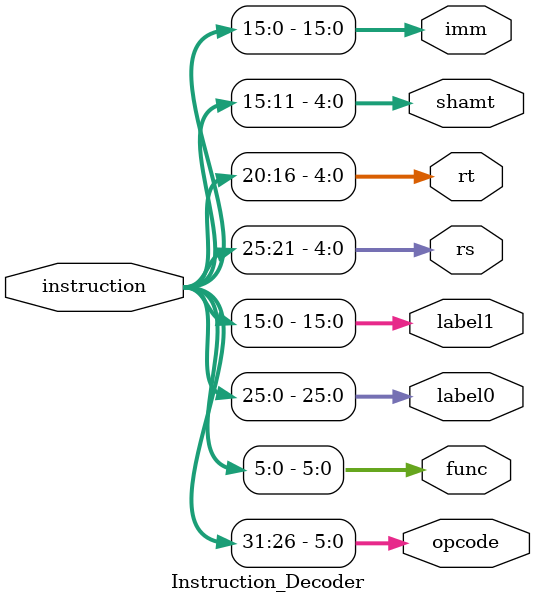
<source format=v>
`timescale 1ns / 1ps

module Instruction_Decoder (
    input [31:0] instruction,
    output [5:0] opcode,
    output [5:0] func,
    output [25:0] label0,
    output [15:0] label1,
    output [4:0] rs,
    output [4:0] rt,
    output [4:0] shamt,
    output [15:0] imm
);

    assign opcode = instruction[31:26];     // Opcode
    assign func = instruction[5:0];         // Function code
    assign label0 = instruction[25:0];      // Jump address for 26-bit addresses
    assign label1 = instruction[15:0];      // Jump address for 16-bit addresses
    assign rs = instruction[25:21];         // Register rs
    assign rt = instruction[20:16];         // Register rt
    assign shamt = instruction[15:11];      // Shift amount
    assign imm = instruction[15:0];         // Immediate value
    
endmodule
</source>
